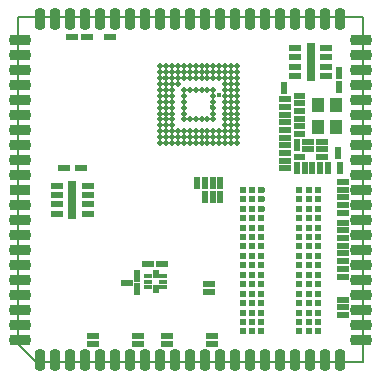
<source format=gbs>
G04 Layer_Color=30550*
%FSLAX44Y44*%
%MOMM*%
G71*
G01*
G75*
%ADD33C,0.2000*%
%ADD57R,0.5032X0.5032*%
%ADD58R,0.5032X0.5032*%
%ADD79R,1.8032X0.9032*%
G04:AMPARAMS|DCode=80|XSize=0.9032mm|YSize=1.8032mm|CornerRadius=0.2766mm|HoleSize=0mm|Usage=FLASHONLY|Rotation=90.000|XOffset=0mm|YOffset=0mm|HoleType=Round|Shape=RoundedRectangle|*
%AMROUNDEDRECTD80*
21,1,0.9032,1.2500,0,0,90.0*
21,1,0.3500,1.8032,0,0,90.0*
1,1,0.5532,0.6250,0.1750*
1,1,0.5532,0.6250,-0.1750*
1,1,0.5532,-0.6250,-0.1750*
1,1,0.5532,-0.6250,0.1750*
%
%ADD80ROUNDEDRECTD80*%
G04:AMPARAMS|DCode=81|XSize=0.9032mm|YSize=1.8032mm|CornerRadius=0.2766mm|HoleSize=0mm|Usage=FLASHONLY|Rotation=180.000|XOffset=0mm|YOffset=0mm|HoleType=Round|Shape=RoundedRectangle|*
%AMROUNDEDRECTD81*
21,1,0.9032,1.2500,0,0,180.0*
21,1,0.3500,1.8032,0,0,180.0*
1,1,0.5532,-0.1750,0.6250*
1,1,0.5532,0.1750,0.6250*
1,1,0.5532,0.1750,-0.6250*
1,1,0.5532,-0.1750,-0.6250*
%
%ADD81ROUNDEDRECTD81*%
%ADD82C,0.4032*%
%ADD83C,0.6032*%
%ADD86R,0.7032X3.2032*%
%ADD87R,1.1032X0.5032*%
%ADD88R,0.5032X0.8032*%
%ADD89R,0.7532X0.4532*%
%ADD90C,0.5032*%
%ADD91R,1.1032X1.2032*%
D33*
X16200Y-6500D02*
X21900D01*
X28900D02*
X34600D01*
X41600D02*
X47300D01*
X54300D02*
X60000D01*
X67000D02*
X72700D01*
X79700D02*
X85400D01*
X92400D02*
X98100D01*
X105100D02*
X110800D01*
X117800D02*
X123500D01*
X130500D02*
X136200D01*
X143200D02*
X148900D01*
X155900D02*
X161600D01*
X168600D02*
X174300D01*
X181300D02*
X187000D01*
X194000D02*
X199700D01*
X206700D02*
X212400D01*
X219400D02*
X225100D01*
X231846D02*
X237546D01*
X244546D02*
X250246D01*
X257246D02*
X262946D01*
X285900Y257246D02*
Y262946D01*
X285900Y250246D02*
X285900Y244546D01*
Y231846D02*
Y237546D01*
Y219400D02*
Y225100D01*
X285900Y212400D02*
X285900Y206700D01*
Y194000D02*
Y199700D01*
Y181300D02*
Y187000D01*
X285900Y168600D02*
X285900Y174300D01*
Y155900D02*
Y161600D01*
X285900Y148900D02*
X285900Y143200D01*
Y130500D02*
Y136200D01*
Y117800D02*
Y123500D01*
X285900Y105100D02*
X285900Y110800D01*
Y92400D02*
Y98100D01*
X285900Y85400D02*
X285900Y79700D01*
Y67000D02*
Y72700D01*
Y54300D02*
Y60000D01*
X285900Y41600D02*
Y47300D01*
X285900Y28900D02*
Y34600D01*
X285900Y21900D02*
X285900Y16200D01*
X16454Y285900D02*
X22154D01*
X29154Y285900D02*
X34854Y285900D01*
X41854D02*
X47554D01*
X54300D02*
X60000D01*
X67000Y285900D02*
X72700Y285900D01*
X79700D02*
X85400D01*
X92400D02*
X98100D01*
X105100D02*
X110800Y285900D01*
X117800Y285900D02*
X123500D01*
X130500Y285900D02*
X136200Y285900D01*
X143200D02*
X148900D01*
X155900D02*
X161600D01*
X168600D02*
X174300Y285900D01*
X181300Y285900D02*
X187000D01*
X194000Y285900D02*
X199700Y285900D01*
X206700D02*
X212400D01*
X219400D02*
X225100D01*
X232100Y285900D02*
X237800D01*
X244800Y285900D02*
X250500D01*
X257500Y285900D02*
X263200Y285900D01*
X-6500Y16454D02*
Y22154D01*
Y34854D02*
X-6500Y29154D01*
X-6500Y41854D02*
Y47554D01*
Y54300D02*
Y60000D01*
Y72700D02*
X-6500Y67000D01*
X-6500Y79700D02*
Y85400D01*
Y92400D02*
Y98100D01*
Y105100D02*
X-6500Y110800D01*
X-6500Y117800D02*
Y123500D01*
Y136200D02*
X-6500Y130500D01*
X-6500Y143200D02*
Y148900D01*
Y155900D02*
Y161600D01*
Y168600D02*
X-6500Y174300D01*
X-6500Y181300D02*
Y187000D01*
Y199700D02*
X-6500Y194000D01*
X-6500Y206700D02*
Y212400D01*
Y219400D02*
Y225100D01*
X-6500Y232100D02*
Y237800D01*
X-6500Y244800D02*
Y250500D01*
Y263200D02*
X-6500Y257500D01*
X-6500Y269946D02*
Y285900D01*
X9454D01*
X285900Y269946D02*
Y285900D01*
X269946D02*
X285900D01*
X269946Y-6500D02*
X285900D01*
Y9454D01*
X-6500D02*
X9454Y-6500D01*
X-11176Y137160D02*
Y142240D01*
X-10470Y142946D02*
X-6500D01*
X-10470Y136454D02*
X-6500D01*
X-11176Y142240D02*
X-10470Y142946D01*
X-11176Y137160D02*
X-10470Y136454D01*
X-11176Y124460D02*
Y129540D01*
X-10470Y130246D02*
X-6500D01*
X-10470Y123754D02*
X-6500D01*
X-11176Y129540D02*
X-10470Y130246D01*
X-11176Y124460D02*
X-10470Y123754D01*
X-11176Y111760D02*
Y116840D01*
X-10470Y117546D02*
X-6500D01*
X-10470Y111054D02*
X-6500D01*
X-11176Y116840D02*
X-10470Y117546D01*
X-11176Y111760D02*
X-10470Y111054D01*
X-11176Y99060D02*
Y104140D01*
X-10470Y104846D02*
X-6500D01*
X-10470Y98354D02*
X-6500D01*
X-11176Y104140D02*
X-10470Y104846D01*
X-11176Y99060D02*
X-10470Y98354D01*
X-11176Y86360D02*
Y91440D01*
X-10470Y92146D02*
X-6500D01*
X-10470Y85654D02*
X-6500D01*
X-11176Y91440D02*
X-10470Y92146D01*
X-11176Y86360D02*
X-10470Y85654D01*
X-11176Y73660D02*
Y78740D01*
X-10470Y79446D02*
X-6500D01*
X-10470Y72954D02*
X-6500D01*
X-11176Y78740D02*
X-10470Y79446D01*
X-11176Y73660D02*
X-10470Y72954D01*
X-11176Y60960D02*
Y66040D01*
X-10470Y66746D02*
X-6500D01*
X-10470Y60254D02*
X-6500D01*
X-11176Y66040D02*
X-10470Y66746D01*
X-11176Y60960D02*
X-10470Y60254D01*
X-11176Y48260D02*
Y53340D01*
X-10470Y54046D02*
X-6500D01*
X-10470Y47554D02*
X-6500D01*
X-11176Y53340D02*
X-10470Y54046D01*
X-11176Y48260D02*
X-10470Y47554D01*
X-11176Y35560D02*
Y40640D01*
X-10470Y41346D02*
X-6500D01*
X-10470Y34854D02*
X-6500D01*
X-11176Y40640D02*
X-10470Y41346D01*
X-11176Y35560D02*
X-10470Y34854D01*
X-11176Y22860D02*
Y27940D01*
X-10470Y28646D02*
X-6500D01*
X-10470Y22154D02*
X-6500D01*
X-11176Y27940D02*
X-10470Y28646D01*
X-11176Y22860D02*
X-10470Y22154D01*
X-11176Y10160D02*
Y15240D01*
X-10470Y15946D02*
X-6500D01*
X-10470Y9454D02*
X-6500D01*
X-11176Y15240D02*
X-10470Y15946D01*
X-11176Y10160D02*
X-10470Y9454D01*
X10160Y-11176D02*
X15240D01*
X9454Y-10470D02*
Y-6500D01*
X15946Y-10470D02*
Y-6500D01*
X9454Y-10470D02*
X10160Y-11176D01*
X15240D02*
X15946Y-10470D01*
X22860Y-11176D02*
X27940D01*
X22154Y-10470D02*
Y-6500D01*
X28646Y-10470D02*
Y-6500D01*
X22154Y-10470D02*
X22860Y-11176D01*
X27940D02*
X28646Y-10470D01*
X35560Y-11176D02*
X40640D01*
X34854Y-10470D02*
Y-6500D01*
X41346Y-10470D02*
Y-6500D01*
X34854Y-10470D02*
X35560Y-11176D01*
X40640D02*
X41346Y-10470D01*
X48260Y-11176D02*
X53340D01*
X47554Y-10470D02*
Y-6500D01*
X54046Y-10470D02*
Y-6500D01*
X47554Y-10470D02*
X48260Y-11176D01*
X53340D02*
X54046Y-10470D01*
X60960Y-11176D02*
X66040D01*
X60254Y-10470D02*
Y-6500D01*
X66746Y-10470D02*
Y-6500D01*
X60254Y-10470D02*
X60960Y-11176D01*
X66040D02*
X66746Y-10470D01*
X73660Y-11176D02*
X78740D01*
X72954Y-10470D02*
Y-6500D01*
X79446Y-10470D02*
Y-6500D01*
X72954Y-10470D02*
X73660Y-11176D01*
X78740D02*
X79446Y-10470D01*
X86360Y-11176D02*
X91440D01*
X85654Y-10470D02*
Y-6500D01*
X92146Y-10470D02*
Y-6500D01*
X85654Y-10470D02*
X86360Y-11176D01*
X91440D02*
X92146Y-10470D01*
X99060Y-11176D02*
X104140D01*
X98354Y-10470D02*
Y-6500D01*
X104846Y-10470D02*
Y-6500D01*
X98354Y-10470D02*
X99060Y-11176D01*
X104140D02*
X104846Y-10470D01*
X111760Y-11176D02*
X116840D01*
X111054Y-10470D02*
Y-6500D01*
X117546Y-10470D02*
Y-6500D01*
X111054Y-10470D02*
X111760Y-11176D01*
X116840D02*
X117546Y-10470D01*
X124460Y-11176D02*
X129540D01*
X123754Y-10470D02*
Y-6500D01*
X130246Y-10470D02*
Y-6500D01*
X123754Y-10470D02*
X124460Y-11176D01*
X129540D02*
X130246Y-10470D01*
X137160Y-11176D02*
X142240D01*
X136454Y-10470D02*
Y-6500D01*
X142946Y-10470D02*
Y-6500D01*
X136454Y-10470D02*
X137160Y-11176D01*
X142240D02*
X142946Y-10470D01*
X149860Y-11176D02*
X154940D01*
X149154Y-10470D02*
Y-6500D01*
X155646Y-10470D02*
Y-6500D01*
X149154Y-10470D02*
X149860Y-11176D01*
X154940D02*
X155646Y-10470D01*
X162560Y-11176D02*
X167640D01*
X161854Y-10470D02*
Y-6500D01*
X168346Y-10470D02*
Y-6500D01*
X161854Y-10470D02*
X162560Y-11176D01*
X167640D02*
X168346Y-10470D01*
X175260Y-11176D02*
X180340D01*
X174554Y-10470D02*
Y-6500D01*
X181046Y-10470D02*
Y-6500D01*
X174554Y-10470D02*
X175260Y-11176D01*
X180340D02*
X181046Y-10470D01*
X187960Y-11176D02*
X193040D01*
X187254Y-10470D02*
Y-6500D01*
X193746Y-10470D02*
Y-6500D01*
X187254Y-10470D02*
X187960Y-11176D01*
X193040D02*
X193746Y-10470D01*
X200660Y-11176D02*
X205740D01*
X199954Y-10470D02*
Y-6500D01*
X206446Y-10470D02*
Y-6500D01*
X199954Y-10470D02*
X200660Y-11176D01*
X205740D02*
X206446Y-10470D01*
X213360Y-11176D02*
X218440D01*
X212654Y-10470D02*
Y-6500D01*
X219146Y-10470D02*
Y-6500D01*
X212654Y-10470D02*
X213360Y-11176D01*
X218440D02*
X219146Y-10470D01*
X226060Y-11176D02*
X231140D01*
X225354Y-10470D02*
Y-6500D01*
X231846Y-10470D02*
Y-6500D01*
X225354Y-10470D02*
X226060Y-11176D01*
X231140D02*
X231846Y-10470D01*
X238760Y-11176D02*
X243840D01*
X238054Y-10470D02*
Y-6500D01*
X244546Y-10470D02*
Y-6500D01*
X238054Y-10470D02*
X238760Y-11176D01*
X243840D02*
X244546Y-10470D01*
X251460Y-11176D02*
X256540D01*
X250754Y-10470D02*
Y-6500D01*
X257246Y-10470D02*
Y-6500D01*
X250754Y-10470D02*
X251460Y-11176D01*
X256540D02*
X257246Y-10470D01*
X264160Y-11176D02*
X269240D01*
X263454Y-10470D02*
Y-6500D01*
X269946Y-10470D02*
Y-6500D01*
X263454Y-10470D02*
X264160Y-11176D01*
X269240D02*
X269946Y-10470D01*
X290576Y10160D02*
Y15240D01*
X285900Y9454D02*
X289870D01*
X285900Y15946D02*
X289870D01*
Y9454D02*
X290576Y10160D01*
X289870Y15946D02*
X290576Y15240D01*
Y22860D02*
Y27940D01*
X285900Y22154D02*
X289870D01*
X285900Y28646D02*
X289870D01*
Y22154D02*
X290576Y22860D01*
X289870Y28646D02*
X290576Y27940D01*
Y35560D02*
Y40640D01*
X285900Y34854D02*
X289870D01*
X285900Y41346D02*
X289870D01*
Y34854D02*
X290576Y35560D01*
X289870Y41346D02*
X290576Y40640D01*
Y48260D02*
Y53340D01*
X285900Y47554D02*
X289870D01*
X285900Y54046D02*
X289870D01*
Y47554D02*
X290576Y48260D01*
X289870Y54046D02*
X290576Y53340D01*
Y60960D02*
Y66040D01*
X285900Y60254D02*
X289870D01*
X285900Y66746D02*
X289870D01*
Y60254D02*
X290576Y60960D01*
X289870Y66746D02*
X290576Y66040D01*
Y73660D02*
Y78740D01*
X285900Y72954D02*
X289870D01*
X285900Y79446D02*
X289870D01*
Y72954D02*
X290576Y73660D01*
X289870Y79446D02*
X290576Y78740D01*
Y86360D02*
Y91440D01*
X285900Y85654D02*
X289870D01*
X285900Y92146D02*
X289870D01*
Y85654D02*
X290576Y86360D01*
X289870Y92146D02*
X290576Y91440D01*
Y99060D02*
Y104140D01*
X285900Y98354D02*
X289870D01*
X285900Y104846D02*
X289870D01*
Y98354D02*
X290576Y99060D01*
X289870Y104846D02*
X290576Y104140D01*
Y111760D02*
Y116840D01*
X285900Y111054D02*
X289870D01*
X285900Y117546D02*
X289870D01*
Y111054D02*
X290576Y111760D01*
X289870Y117546D02*
X290576Y116840D01*
Y124460D02*
Y129540D01*
X285900Y123754D02*
X289870D01*
X285900Y130246D02*
X289870D01*
Y123754D02*
X290576Y124460D01*
X289870Y130246D02*
X290576Y129540D01*
Y137160D02*
Y142240D01*
X285900Y136454D02*
X289870D01*
X285900Y142946D02*
X289870D01*
Y136454D02*
X290576Y137160D01*
X289870Y142946D02*
X290576Y142240D01*
Y149860D02*
Y154940D01*
X285900Y149154D02*
X289870D01*
X285900Y155646D02*
X289870D01*
Y149154D02*
X290576Y149860D01*
X289870Y155646D02*
X290576Y154940D01*
Y162560D02*
Y167640D01*
X285900Y161854D02*
X289870D01*
X285900Y168346D02*
X289870D01*
Y161854D02*
X290576Y162560D01*
X289870Y168346D02*
X290576Y167640D01*
Y175260D02*
Y180340D01*
X285900Y174554D02*
X289870D01*
X285900Y181046D02*
X289870D01*
Y174554D02*
X290576Y175260D01*
X289870Y181046D02*
X290576Y180340D01*
Y187960D02*
Y193040D01*
X285900Y187254D02*
X289870D01*
X285900Y193746D02*
X289870D01*
Y187254D02*
X290576Y187960D01*
X289870Y193746D02*
X290576Y193040D01*
Y200660D02*
Y205740D01*
X285900Y199954D02*
X289870D01*
X285900Y206446D02*
X289870D01*
Y199954D02*
X290576Y200660D01*
X289870Y206446D02*
X290576Y205740D01*
Y213360D02*
Y218440D01*
X285900Y212654D02*
X289870D01*
X285900Y219146D02*
X289870D01*
Y212654D02*
X290576Y213360D01*
X289870Y219146D02*
X290576Y218440D01*
Y226060D02*
Y231140D01*
X285900Y225354D02*
X289870D01*
X285900Y231846D02*
X289870D01*
Y225354D02*
X290576Y226060D01*
X289870Y231846D02*
X290576Y231140D01*
Y238760D02*
Y243840D01*
X285900Y238054D02*
X289870D01*
X285900Y244546D02*
X289870D01*
Y238054D02*
X290576Y238760D01*
X289870Y244546D02*
X290576Y243840D01*
Y251460D02*
Y256540D01*
X285900Y250754D02*
X289870D01*
X285900Y257246D02*
X289870D01*
Y250754D02*
X290576Y251460D01*
X289870Y257246D02*
X290576Y256540D01*
Y264160D02*
Y269240D01*
X285900Y263454D02*
X289870D01*
X285900Y269946D02*
X289870D01*
Y263454D02*
X290576Y264160D01*
X289870Y269946D02*
X290576Y269240D01*
X264160Y290576D02*
X269240D01*
X269946Y285900D02*
Y289870D01*
X263454Y285900D02*
Y289870D01*
X269240Y290576D02*
X269946Y289870D01*
X263454D02*
X264160Y290576D01*
X251460D02*
X256540D01*
X257246Y285900D02*
Y289870D01*
X250754Y285900D02*
Y289870D01*
X256540Y290576D02*
X257246Y289870D01*
X250754D02*
X251460Y290576D01*
X238760D02*
X243840D01*
X244546Y285900D02*
Y289870D01*
X238054Y285900D02*
Y289870D01*
X243840Y290576D02*
X244546Y289870D01*
X238054D02*
X238760Y290576D01*
X226060D02*
X231140D01*
X231846Y285900D02*
Y289870D01*
X225354Y285900D02*
Y289870D01*
X231140Y290576D02*
X231846Y289870D01*
X225354D02*
X226060Y290576D01*
X213360D02*
X218440D01*
X219146Y285900D02*
Y289870D01*
X212654Y285900D02*
Y289870D01*
X218440Y290576D02*
X219146Y289870D01*
X212654D02*
X213360Y290576D01*
X200660D02*
X205740D01*
X206446Y285900D02*
Y289870D01*
X199954Y285900D02*
Y289870D01*
X205740Y290576D02*
X206446Y289870D01*
X199954D02*
X200660Y290576D01*
X187960D02*
X193040D01*
X193746Y285900D02*
Y289870D01*
X187254Y285900D02*
Y289870D01*
X193040Y290576D02*
X193746Y289870D01*
X187254D02*
X187960Y290576D01*
X175260D02*
X180340D01*
X181046Y285900D02*
Y289870D01*
X174554Y285900D02*
Y289870D01*
X180340Y290576D02*
X181046Y289870D01*
X174554D02*
X175260Y290576D01*
X162560D02*
X167640D01*
X168346Y285900D02*
Y289870D01*
X161854Y285900D02*
Y289870D01*
X167640Y290576D02*
X168346Y289870D01*
X161854D02*
X162560Y290576D01*
X149860D02*
X154940D01*
X155646Y285900D02*
Y289870D01*
X149154Y285900D02*
Y289870D01*
X154940Y290576D02*
X155646Y289870D01*
X149154D02*
X149860Y290576D01*
X137160D02*
X142240D01*
X142946Y285900D02*
Y289870D01*
X136454Y285900D02*
Y289870D01*
X142240Y290576D02*
X142946Y289870D01*
X136454D02*
X137160Y290576D01*
X124460D02*
X129540D01*
X130246Y285900D02*
Y289870D01*
X123754Y285900D02*
Y289870D01*
X129540Y290576D02*
X130246Y289870D01*
X123754D02*
X124460Y290576D01*
X111760D02*
X116840D01*
X117546Y285900D02*
Y289870D01*
X111054Y285900D02*
Y289870D01*
X116840Y290576D02*
X117546Y289870D01*
X111054D02*
X111760Y290576D01*
X99060D02*
X104140D01*
X104846Y285900D02*
Y289870D01*
X98354Y285900D02*
Y289870D01*
X104140Y290576D02*
X104846Y289870D01*
X98354D02*
X99060Y290576D01*
X86360D02*
X91440D01*
X92146Y285900D02*
Y289870D01*
X85654Y285900D02*
Y289870D01*
X91440Y290576D02*
X92146Y289870D01*
X85654D02*
X86360Y290576D01*
X73660D02*
X78740D01*
X79446Y285900D02*
Y289870D01*
X72954Y285900D02*
Y289870D01*
X78740Y290576D02*
X79446Y289870D01*
X72954D02*
X73660Y290576D01*
X60960D02*
X66040D01*
X66746Y285900D02*
Y289870D01*
X60254Y285900D02*
Y289870D01*
X66040Y290576D02*
X66746Y289870D01*
X60254D02*
X60960Y290576D01*
X48260D02*
X53340D01*
X54046Y285900D02*
Y289870D01*
X47554Y285900D02*
Y289870D01*
X53340Y290576D02*
X54046Y289870D01*
X47554D02*
X48260Y290576D01*
X35560D02*
X40640D01*
X41346Y285900D02*
Y289870D01*
X34854Y285900D02*
Y289870D01*
X40640Y290576D02*
X41346Y289870D01*
X34854D02*
X35560Y290576D01*
X22860D02*
X27940D01*
X28646Y285900D02*
Y289870D01*
X22154Y285900D02*
Y289870D01*
X27940Y290576D02*
X28646Y289870D01*
X22154D02*
X22860Y290576D01*
X10160D02*
X15240D01*
X15946Y285900D02*
Y289870D01*
X9454Y285900D02*
Y289870D01*
X15240Y290576D02*
X15946Y289870D01*
X9454D02*
X10160Y290576D01*
X-11176Y264160D02*
Y269240D01*
X-10470Y269946D02*
X-6500D01*
X-10470Y263454D02*
X-6500D01*
X-11176Y269240D02*
X-10470Y269946D01*
X-11176Y264160D02*
X-10470Y263454D01*
X-11176Y251460D02*
Y256540D01*
X-10470Y257246D02*
X-6500D01*
X-10470Y250754D02*
X-6500D01*
X-11176Y256540D02*
X-10470Y257246D01*
X-11176Y251460D02*
X-10470Y250754D01*
X-11176Y238760D02*
Y243840D01*
X-10470Y244546D02*
X-6500D01*
X-10470Y238054D02*
X-6500D01*
X-11176Y243840D02*
X-10470Y244546D01*
X-11176Y238760D02*
X-10470Y238054D01*
X-11176Y226060D02*
Y231140D01*
X-10470Y231846D02*
X-6500D01*
X-10470Y225354D02*
X-6500D01*
X-11176Y231140D02*
X-10470Y231846D01*
X-11176Y226060D02*
X-10470Y225354D01*
X-11176Y213360D02*
Y218440D01*
X-10470Y219146D02*
X-6500D01*
X-10470Y212654D02*
X-6500D01*
X-11176Y218440D02*
X-10470Y219146D01*
X-11176Y213360D02*
X-10470Y212654D01*
X-11176Y200660D02*
Y205740D01*
X-10470Y206446D02*
X-6500D01*
X-10470Y199954D02*
X-6500D01*
X-11176Y205740D02*
X-10470Y206446D01*
X-11176Y200660D02*
X-10470Y199954D01*
X-11176Y187960D02*
Y193040D01*
X-10470Y193746D02*
X-6500D01*
X-10470Y187254D02*
X-6500D01*
X-11176Y193040D02*
X-10470Y193746D01*
X-11176Y187960D02*
X-10470Y187254D01*
X-11176Y175260D02*
Y180340D01*
X-10470Y181046D02*
X-6500D01*
X-10470Y174554D02*
X-6500D01*
X-11176Y180340D02*
X-10470Y181046D01*
X-11176Y175260D02*
X-10470Y174554D01*
X-11176Y162560D02*
Y167640D01*
X-10470Y168346D02*
X-6500D01*
X-10470Y161854D02*
X-6500D01*
X-11176Y167640D02*
X-10470Y168346D01*
X-11176Y162560D02*
X-10470Y161854D01*
X-11176Y149860D02*
Y154940D01*
X-10470Y155646D02*
X-6500D01*
X-10470Y149154D02*
X-6500D01*
X-11176Y154940D02*
X-10470Y155646D01*
X-11176Y149860D02*
X-10470Y149154D01*
D57*
X271500Y146250D02*
D03*
X266500D02*
D03*
X271500Y139750D02*
D03*
X266500D02*
D03*
X248750Y167500D02*
D03*
X253750D02*
D03*
X271500Y133250D02*
D03*
X266500D02*
D03*
X229750Y219500D02*
D03*
X234750D02*
D03*
X253750Y180500D02*
D03*
X248750D02*
D03*
X234750Y213000D02*
D03*
X229750D02*
D03*
X234750Y206500D02*
D03*
X229750D02*
D03*
X217750Y196749D02*
D03*
X222750D02*
D03*
X118050Y77250D02*
D03*
X113050Y77250D02*
D03*
X83800Y60500D02*
D03*
X88800D02*
D03*
X101550Y77250D02*
D03*
X106550D02*
D03*
X59800Y9250D02*
D03*
X54800D02*
D03*
X92800D02*
D03*
X97800D02*
D03*
X122800Y9250D02*
D03*
X117800D02*
D03*
X160800Y9250D02*
D03*
X155800D02*
D03*
X59800Y15750D02*
D03*
X54800D02*
D03*
X92800Y15750D02*
D03*
X97800D02*
D03*
X122800Y15750D02*
D03*
X117800D02*
D03*
X160800Y15750D02*
D03*
X155800D02*
D03*
X44750Y158000D02*
D03*
X49750D02*
D03*
X35250D02*
D03*
X30250D02*
D03*
X217750Y157750D02*
D03*
X222750D02*
D03*
X217750Y190250D02*
D03*
X222750D02*
D03*
X217750Y177250D02*
D03*
X222750D02*
D03*
X217750Y183750D02*
D03*
X222750D02*
D03*
Y209750D02*
D03*
X217750D02*
D03*
X222750Y216250D02*
D03*
X217750D02*
D03*
Y170750D02*
D03*
X222750D02*
D03*
X229750Y187000D02*
D03*
X234750D02*
D03*
X217750Y164250D02*
D03*
X222750D02*
D03*
X234750Y193500D02*
D03*
X229750D02*
D03*
X234750Y200000D02*
D03*
X229750D02*
D03*
X42250Y269000D02*
D03*
X37250D02*
D03*
X49500D02*
D03*
X54500D02*
D03*
X74500Y268750D02*
D03*
X69500D02*
D03*
X229750Y167500D02*
D03*
X234750D02*
D03*
X217750Y203250D02*
D03*
X222750D02*
D03*
X266500Y33750D02*
D03*
X271500D02*
D03*
X266500Y40250D02*
D03*
X271500D02*
D03*
X266500Y46750D02*
D03*
X271500D02*
D03*
X266500Y72750D02*
D03*
X271500D02*
D03*
X266500Y120250D02*
D03*
X271500D02*
D03*
X266500Y126750D02*
D03*
X271500D02*
D03*
X266500Y79250D02*
D03*
X271500D02*
D03*
X266500Y66250D02*
D03*
X271500D02*
D03*
X266500Y92250D02*
D03*
X271500D02*
D03*
Y85750D02*
D03*
X266500D02*
D03*
Y98750D02*
D03*
X271500D02*
D03*
X266500Y111750D02*
D03*
X271500D02*
D03*
Y105250D02*
D03*
X266500D02*
D03*
X241750Y180500D02*
D03*
X236750D02*
D03*
X241750Y174000D02*
D03*
X236750D02*
D03*
X248750Y174000D02*
D03*
X253750D02*
D03*
X153250Y60000D02*
D03*
X158250D02*
D03*
X153250Y53000D02*
D03*
X158250D02*
D03*
D58*
X236500Y161000D02*
D03*
Y156000D02*
D03*
X249500Y161000D02*
D03*
Y156000D02*
D03*
X256000Y161000D02*
D03*
Y156000D02*
D03*
X266000Y229000D02*
D03*
Y224000D02*
D03*
Y241000D02*
D03*
Y236000D02*
D03*
X145750Y142750D02*
D03*
Y147750D02*
D03*
X95050Y58000D02*
D03*
Y53000D02*
D03*
Y69500D02*
D03*
Y64500D02*
D03*
X229750Y174750D02*
D03*
Y179750D02*
D03*
X165250Y135750D02*
D03*
Y130750D02*
D03*
Y147750D02*
D03*
Y142750D02*
D03*
X152250D02*
D03*
Y147750D02*
D03*
Y135750D02*
D03*
Y130750D02*
D03*
X158750Y147750D02*
D03*
Y142750D02*
D03*
X218750Y228250D02*
D03*
Y223250D02*
D03*
X158750Y130750D02*
D03*
Y135750D02*
D03*
X230000Y161000D02*
D03*
Y156000D02*
D03*
X243000Y161000D02*
D03*
Y156000D02*
D03*
X264750Y173250D02*
D03*
Y168250D02*
D03*
X266500Y161000D02*
D03*
Y156000D02*
D03*
D79*
X-4500Y139700D02*
D03*
D80*
Y127000D02*
D03*
Y114300D02*
D03*
Y101600D02*
D03*
Y88900D02*
D03*
Y76200D02*
D03*
Y63500D02*
D03*
Y50800D02*
D03*
Y38100D02*
D03*
Y25400D02*
D03*
Y12700D02*
D03*
X283900D02*
D03*
Y25400D02*
D03*
Y38100D02*
D03*
Y50800D02*
D03*
Y63500D02*
D03*
Y76200D02*
D03*
Y88900D02*
D03*
Y101600D02*
D03*
Y114300D02*
D03*
Y127000D02*
D03*
Y139700D02*
D03*
Y152400D02*
D03*
Y165100D02*
D03*
Y177800D02*
D03*
Y190500D02*
D03*
Y203200D02*
D03*
Y215900D02*
D03*
Y228600D02*
D03*
Y241300D02*
D03*
Y254000D02*
D03*
Y266700D02*
D03*
X-4500D02*
D03*
Y254000D02*
D03*
Y241300D02*
D03*
Y228600D02*
D03*
Y215900D02*
D03*
Y203200D02*
D03*
Y190500D02*
D03*
Y177800D02*
D03*
Y165100D02*
D03*
Y152400D02*
D03*
D81*
X12700Y-4500D02*
D03*
X25400D02*
D03*
X38100D02*
D03*
X50800D02*
D03*
X63500D02*
D03*
X76200D02*
D03*
X88900D02*
D03*
X101600D02*
D03*
X114300D02*
D03*
X127000D02*
D03*
X139700D02*
D03*
X152400D02*
D03*
X165100D02*
D03*
X177800D02*
D03*
X190500D02*
D03*
X203200D02*
D03*
X215900D02*
D03*
X228600D02*
D03*
X241300D02*
D03*
X254000D02*
D03*
X266700D02*
D03*
Y283900D02*
D03*
X254000D02*
D03*
X241300D02*
D03*
X228600D02*
D03*
X215900D02*
D03*
X203200D02*
D03*
X190500D02*
D03*
X177800D02*
D03*
X165100D02*
D03*
X152400D02*
D03*
X139700D02*
D03*
X127000D02*
D03*
X114300D02*
D03*
X101600D02*
D03*
X88900D02*
D03*
X76200D02*
D03*
X63500D02*
D03*
X50800D02*
D03*
X38100D02*
D03*
X25400D02*
D03*
X12700D02*
D03*
D82*
X191759Y116006D02*
D03*
X201000Y123750D02*
D03*
X191000Y122750D02*
D03*
X192000Y131750D02*
D03*
X229750Y174750D02*
D03*
Y167500D02*
D03*
X217750Y183750D02*
D03*
X200000Y35750D02*
D03*
X200000Y51750D02*
D03*
X232000Y75750D02*
D03*
X240000D02*
D03*
X201000Y131750D02*
D03*
X229750Y251750D02*
D03*
X174250Y224250D02*
D03*
X179250D02*
D03*
X44750Y158000D02*
D03*
X30250D02*
D03*
X26900Y127250D02*
D03*
Y135250D02*
D03*
X155800Y9250D02*
D03*
X54800D02*
D03*
X95050Y69500D02*
D03*
X124250Y219250D02*
D03*
X134250D02*
D03*
X229750Y187000D02*
D03*
X254850Y251750D02*
D03*
X164000Y219750D02*
D03*
X229750Y206500D02*
D03*
Y200000D02*
D03*
Y193500D02*
D03*
X158750Y135750D02*
D03*
X232000Y139750D02*
D03*
X240000D02*
D03*
Y131750D02*
D03*
X232000D02*
D03*
X240000Y123750D02*
D03*
X152750Y147750D02*
D03*
X165250Y142750D02*
D03*
X201000Y139750D02*
D03*
X266500Y126750D02*
D03*
Y120250D02*
D03*
X232000Y91750D02*
D03*
X200000Y115750D02*
D03*
X192000Y75750D02*
D03*
X184000Y67750D02*
D03*
X192000Y83750D02*
D03*
Y91750D02*
D03*
X184000Y107750D02*
D03*
X200000Y59750D02*
D03*
Y67750D02*
D03*
X158250Y53000D02*
D03*
Y60000D02*
D03*
X145750Y142750D02*
D03*
X240000Y67750D02*
D03*
X145750Y147750D02*
D03*
X266500Y79250D02*
D03*
Y72750D02*
D03*
Y40250D02*
D03*
Y46750D02*
D03*
Y66250D02*
D03*
X192000Y19750D02*
D03*
X200000D02*
D03*
X199010Y74754D02*
D03*
X184000Y35750D02*
D03*
X192000Y27750D02*
D03*
Y43750D02*
D03*
X184000Y59750D02*
D03*
X192000Y51750D02*
D03*
X240000Y106749D02*
D03*
X184000Y75750D02*
D03*
X153250Y60000D02*
D03*
X266500Y98750D02*
D03*
Y92250D02*
D03*
Y85750D02*
D03*
X271500Y139750D02*
D03*
X270750Y146250D02*
D03*
X271500Y120250D02*
D03*
X124250Y229250D02*
D03*
X144250Y224250D02*
D03*
X169250D02*
D03*
Y219250D02*
D03*
X114250Y224250D02*
D03*
Y229250D02*
D03*
X119250Y239250D02*
D03*
X229750Y213000D02*
D03*
X248750Y180500D02*
D03*
X192000Y35750D02*
D03*
X118750Y234750D02*
D03*
X200000Y91750D02*
D03*
X271500Y133250D02*
D03*
X232000Y123750D02*
D03*
X232000Y83750D02*
D03*
X266500Y139750D02*
D03*
X272000Y126750D02*
D03*
X241750Y247750D02*
D03*
X149250Y199250D02*
D03*
X266500Y111750D02*
D03*
X271500D02*
D03*
X266500Y105250D02*
D03*
X271500D02*
D03*
X232000Y115750D02*
D03*
X158500Y209750D02*
D03*
X165750Y135750D02*
D03*
X218750Y223250D02*
D03*
X158508Y142757D02*
D03*
Y147757D02*
D03*
D83*
X232000Y91750D02*
D03*
X184000Y19750D02*
D03*
X192000D02*
D03*
X200000D02*
D03*
X232000D02*
D03*
X240000D02*
D03*
X248000D02*
D03*
X184000Y27750D02*
D03*
X192000D02*
D03*
X200000D02*
D03*
X232000D02*
D03*
X240000D02*
D03*
X248000D02*
D03*
X184000Y35750D02*
D03*
X192000D02*
D03*
X200000Y35750D02*
D03*
X232000D02*
D03*
X240000Y35750D02*
D03*
X248000D02*
D03*
X184000Y43750D02*
D03*
X192000D02*
D03*
X200000D02*
D03*
X232000D02*
D03*
X240000D02*
D03*
X248000D02*
D03*
X184000Y51750D02*
D03*
X192000D02*
D03*
X200000D02*
D03*
X232000D02*
D03*
X240000D02*
D03*
X248000D02*
D03*
X184000Y59750D02*
D03*
X192000D02*
D03*
X200000D02*
D03*
X232000D02*
D03*
X240000D02*
D03*
X248000D02*
D03*
X184000Y67750D02*
D03*
X192000D02*
D03*
X200000D02*
D03*
X232000D02*
D03*
X240000D02*
D03*
X248000D02*
D03*
X184000Y75750D02*
D03*
X192000D02*
D03*
X200000D02*
D03*
X232000D02*
D03*
X240000D02*
D03*
X248000D02*
D03*
X184000Y83750D02*
D03*
X192000D02*
D03*
X200000D02*
D03*
X232000D02*
D03*
X240000D02*
D03*
X248000D02*
D03*
X184000Y91750D02*
D03*
X192000D02*
D03*
X200000D02*
D03*
X240000D02*
D03*
X248000D02*
D03*
X184000Y99750D02*
D03*
X192000D02*
D03*
X200000D02*
D03*
X232000D02*
D03*
X240000D02*
D03*
X248000D02*
D03*
X184000Y107750D02*
D03*
X192000D02*
D03*
X200000D02*
D03*
X232000D02*
D03*
X240000D02*
D03*
X248000D02*
D03*
X184000Y115750D02*
D03*
X192000D02*
D03*
X200000D02*
D03*
X232000D02*
D03*
X240000D02*
D03*
X248000D02*
D03*
X184000Y123750D02*
D03*
X192000D02*
D03*
X200000Y123750D02*
D03*
X232000D02*
D03*
X240000Y123750D02*
D03*
X248000D02*
D03*
X184000Y131750D02*
D03*
X192000D02*
D03*
X200000D02*
D03*
X232000D02*
D03*
X240000D02*
D03*
X248000D02*
D03*
X184000Y139750D02*
D03*
X192000D02*
D03*
X200000D02*
D03*
X232000D02*
D03*
X240000D02*
D03*
X248000D02*
D03*
X240000Y83750D02*
D03*
Y43750D02*
D03*
X184000Y51750D02*
D03*
Y43750D02*
D03*
Y27750D02*
D03*
X200000D02*
D03*
X248000Y139750D02*
D03*
Y123750D02*
D03*
Y131750D02*
D03*
X240000Y91750D02*
D03*
X248000Y75750D02*
D03*
X232000Y67750D02*
D03*
X248000Y35750D02*
D03*
Y43750D02*
D03*
Y51750D02*
D03*
X184000Y131750D02*
D03*
X248000Y115750D02*
D03*
D86*
X40000Y131250D02*
D03*
X241750Y247750D02*
D03*
D87*
X26900Y119250D02*
D03*
Y127250D02*
D03*
Y135250D02*
D03*
Y143250D02*
D03*
X53100Y119250D02*
D03*
Y127250D02*
D03*
Y135250D02*
D03*
Y143250D02*
D03*
X254850Y259750D02*
D03*
Y251750D02*
D03*
Y243750D02*
D03*
Y235750D02*
D03*
X228650Y259750D02*
D03*
Y251750D02*
D03*
Y243750D02*
D03*
Y235750D02*
D03*
D88*
X110300Y55500D02*
D03*
X110300Y68500D02*
D03*
D89*
X103550Y67000D02*
D03*
X103550Y62000D02*
D03*
Y57000D02*
D03*
X117050D02*
D03*
Y62000D02*
D03*
Y67000D02*
D03*
D90*
X179250Y179250D02*
D03*
Y184250D02*
D03*
Y189250D02*
D03*
Y194250D02*
D03*
Y199250D02*
D03*
Y204250D02*
D03*
Y209250D02*
D03*
Y214250D02*
D03*
Y219250D02*
D03*
Y224250D02*
D03*
Y229250D02*
D03*
Y234250D02*
D03*
Y239250D02*
D03*
Y244250D02*
D03*
X174250Y179250D02*
D03*
Y184250D02*
D03*
Y189250D02*
D03*
Y194250D02*
D03*
Y199250D02*
D03*
Y204250D02*
D03*
Y209250D02*
D03*
Y214250D02*
D03*
Y219250D02*
D03*
Y224250D02*
D03*
Y229250D02*
D03*
Y234250D02*
D03*
Y239250D02*
D03*
Y244250D02*
D03*
X169250Y179250D02*
D03*
Y184250D02*
D03*
Y189250D02*
D03*
Y194250D02*
D03*
Y199250D02*
D03*
Y204250D02*
D03*
Y209250D02*
D03*
Y214250D02*
D03*
Y219250D02*
D03*
Y224250D02*
D03*
Y229250D02*
D03*
Y234250D02*
D03*
Y239250D02*
D03*
Y244250D02*
D03*
X164250Y179250D02*
D03*
Y184250D02*
D03*
Y189250D02*
D03*
Y234250D02*
D03*
Y239250D02*
D03*
Y244250D02*
D03*
X159250Y179250D02*
D03*
Y184250D02*
D03*
Y189250D02*
D03*
Y199250D02*
D03*
Y204250D02*
D03*
Y209250D02*
D03*
Y214250D02*
D03*
Y219250D02*
D03*
Y224250D02*
D03*
Y234250D02*
D03*
Y239250D02*
D03*
Y244250D02*
D03*
X154250Y179250D02*
D03*
Y184250D02*
D03*
Y189250D02*
D03*
Y199250D02*
D03*
Y224250D02*
D03*
Y234250D02*
D03*
Y239250D02*
D03*
Y244250D02*
D03*
X149250Y179250D02*
D03*
Y184250D02*
D03*
Y189250D02*
D03*
Y199250D02*
D03*
Y224250D02*
D03*
Y234250D02*
D03*
Y239250D02*
D03*
Y244250D02*
D03*
X144250Y179250D02*
D03*
Y184250D02*
D03*
Y189250D02*
D03*
Y199250D02*
D03*
Y224250D02*
D03*
Y234250D02*
D03*
Y239250D02*
D03*
Y244250D02*
D03*
X139250Y179250D02*
D03*
Y184250D02*
D03*
Y189250D02*
D03*
Y199250D02*
D03*
Y224250D02*
D03*
Y234250D02*
D03*
Y239250D02*
D03*
Y244250D02*
D03*
X134250Y179250D02*
D03*
Y184250D02*
D03*
Y189250D02*
D03*
Y199250D02*
D03*
Y204250D02*
D03*
Y209250D02*
D03*
Y214250D02*
D03*
Y219250D02*
D03*
Y224250D02*
D03*
Y234250D02*
D03*
Y239250D02*
D03*
Y244250D02*
D03*
X129250Y179250D02*
D03*
Y184250D02*
D03*
Y189250D02*
D03*
Y229250D02*
D03*
Y234250D02*
D03*
Y239250D02*
D03*
Y244250D02*
D03*
X124250Y179250D02*
D03*
Y184250D02*
D03*
Y189250D02*
D03*
Y194250D02*
D03*
Y199250D02*
D03*
Y204250D02*
D03*
Y209250D02*
D03*
Y214250D02*
D03*
Y219250D02*
D03*
Y224250D02*
D03*
Y229250D02*
D03*
Y234250D02*
D03*
Y239250D02*
D03*
Y244250D02*
D03*
X119250Y179250D02*
D03*
Y184250D02*
D03*
Y189250D02*
D03*
Y194250D02*
D03*
Y199250D02*
D03*
Y204250D02*
D03*
Y209250D02*
D03*
Y214250D02*
D03*
Y219250D02*
D03*
Y224250D02*
D03*
Y229250D02*
D03*
Y234250D02*
D03*
Y239250D02*
D03*
Y244250D02*
D03*
X114250Y179250D02*
D03*
Y184250D02*
D03*
Y189250D02*
D03*
Y194250D02*
D03*
Y199250D02*
D03*
Y204250D02*
D03*
Y209250D02*
D03*
Y214250D02*
D03*
Y219250D02*
D03*
Y224250D02*
D03*
Y229250D02*
D03*
Y234250D02*
D03*
Y239250D02*
D03*
Y244250D02*
D03*
D91*
X247750Y211500D02*
D03*
Y192500D02*
D03*
X262750D02*
D03*
Y211500D02*
D03*
M02*

</source>
